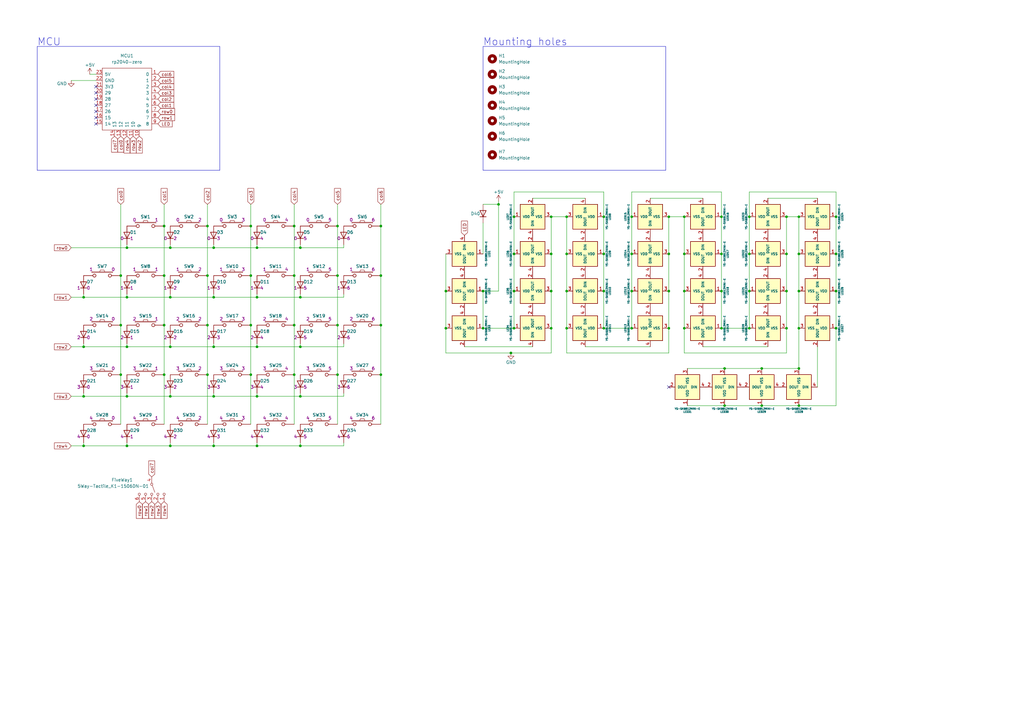
<source format=kicad_sch>
(kicad_sch (version 20230121) (generator eeschema)
  (paper "A3")
  (junction (at 295.91 104.14))
  (junction (at 123.19 121.92))
  (junction (at 210.82 134.62))
  (junction (at 85.09 133.35))
  (junction (at 312.42 151.13))
  (junction (at 138.43 113.03))
  (junction (at 69.85 162.56))
  (junction (at 204.47 83.82))
  (junction (at 198.12 119.38))
  (junction (at 182.88 119.38))
  (junction (at 87.63 162.56))
  (junction (at 105.41 121.92))
  (junction (at 156.21 133.35))
  (junction (at 87.63 121.92))
  (junction (at 226.06 104.14))
  (junction (at 102.87 92.71))
  (junction (at 87.63 142.24))
  (junction (at 274.32 134.62))
  (junction (at 87.63 182.88))
  (junction (at 85.09 113.03))
  (junction (at 307.34 88.9))
  (junction (at 322.58 88.9))
  (junction (at 226.06 134.62))
  (junction (at 49.53 133.35))
  (junction (at 52.07 162.56))
  (junction (at 274.32 119.38))
  (junction (at 49.53 153.67))
  (junction (at 34.29 121.92))
  (junction (at 182.88 134.62))
  (junction (at 322.58 134.62))
  (junction (at 342.9 104.14))
  (junction (at 232.41 134.62))
  (junction (at 67.31 113.03))
  (junction (at 120.65 92.71))
  (junction (at 120.65 133.35))
  (junction (at 322.58 119.38))
  (junction (at 52.07 121.92))
  (junction (at 342.9 119.38))
  (junction (at 67.31 133.35))
  (junction (at 210.82 88.9))
  (junction (at 295.91 88.9))
  (junction (at 232.41 104.14))
  (junction (at 156.21 153.67))
  (junction (at 327.66 166.37))
  (junction (at 226.06 88.9))
  (junction (at 85.09 92.71))
  (junction (at 210.82 119.38))
  (junction (at 85.09 153.67))
  (junction (at 327.66 119.38))
  (junction (at 232.41 88.9))
  (junction (at 247.65 88.9))
  (junction (at 327.66 134.62))
  (junction (at 69.85 182.88))
  (junction (at 138.43 153.67))
  (junction (at 307.34 134.62))
  (junction (at 342.9 134.62))
  (junction (at 226.06 119.38))
  (junction (at 69.85 142.24))
  (junction (at 123.19 162.56))
  (junction (at 34.29 142.24))
  (junction (at 123.19 101.6))
  (junction (at 274.32 104.14))
  (junction (at 209.55 144.78))
  (junction (at 105.41 142.24))
  (junction (at 297.18 151.13))
  (junction (at 295.91 134.62))
  (junction (at 259.08 88.9))
  (junction (at 312.42 166.37))
  (junction (at 49.53 113.03))
  (junction (at 280.67 88.9))
  (junction (at 307.34 104.14))
  (junction (at 123.19 182.88))
  (junction (at 69.85 101.6))
  (junction (at 105.41 162.56))
  (junction (at 274.32 88.9))
  (junction (at 120.65 153.67))
  (junction (at 156.21 113.03))
  (junction (at 280.67 134.62))
  (junction (at 259.08 119.38))
  (junction (at 322.58 104.14))
  (junction (at 87.63 101.6))
  (junction (at 342.9 88.9))
  (junction (at 52.07 101.6))
  (junction (at 52.07 182.88))
  (junction (at 138.43 92.71))
  (junction (at 259.08 104.14))
  (junction (at 102.87 153.67))
  (junction (at 123.19 142.24))
  (junction (at 34.29 182.88))
  (junction (at 105.41 182.88))
  (junction (at 327.66 88.9))
  (junction (at 102.87 113.03))
  (junction (at 280.67 104.14))
  (junction (at 247.65 119.38))
  (junction (at 307.34 119.38))
  (junction (at 105.41 101.6))
  (junction (at 280.67 119.38))
  (junction (at 327.66 104.14))
  (junction (at 67.31 92.71))
  (junction (at 198.12 134.62))
  (junction (at 34.29 162.56))
  (junction (at 69.85 121.92))
  (junction (at 295.91 119.38))
  (junction (at 247.65 104.14))
  (junction (at 156.21 92.71))
  (junction (at 120.65 113.03))
  (junction (at 52.07 142.24))
  (junction (at 67.31 153.67))
  (junction (at 259.08 134.62))
  (junction (at 247.65 134.62))
  (junction (at 327.66 151.13))
  (junction (at 102.87 133.35))
  (junction (at 232.41 119.38))
  (junction (at 297.18 166.37))
  (junction (at 138.43 133.35))
  (junction (at 210.82 104.14))
  (no_connect (at 274.32 158.75))
  (no_connect (at 39.37 43.18))
  (no_connect (at 39.37 50.8))
  (no_connect (at 39.37 40.64))
  (no_connect (at 39.37 48.26))
  (no_connect (at 39.37 45.72))
  (no_connect (at 39.37 35.56))
  (no_connect (at 39.37 38.1))
  (wire (pts (xy 102.87 133.35) (xy 102.87 153.67)))
  (wire (pts (xy 85.09 92.71) (xy 85.09 113.03)))
  (wire (pts (xy 67.31 153.67) (xy 67.31 173.99)))
  (wire (pts (xy 327.66 166.37) (xy 342.9 166.37)))
  (wire (pts (xy 204.47 83.82) (xy 204.47 119.38)))
  (wire (pts (xy 120.65 133.35) (xy 120.65 153.67)))
  (wire (pts (xy 67.31 83.82) (xy 67.31 92.71)))
  (wire (pts (xy 29.21 162.56) (xy 34.29 162.56)))
  (wire (pts (xy 182.88 104.14) (xy 182.88 119.38)))
  (wire (pts (xy 85.09 113.03) (xy 85.09 133.35)))
  (wire (pts (xy 52.07 121.92) (xy 69.85 121.92)))
  (wire (pts (xy 274.32 104.14) (xy 274.32 88.9)))
  (wire (pts (xy 342.9 166.37) (xy 342.9 134.62)))
  (wire (pts (xy 156.21 133.35) (xy 156.21 153.67)))
  (wire (pts (xy 342.9 119.38) (xy 342.9 104.14)))
  (wire (pts (xy 232.41 144.78) (xy 274.32 144.78)))
  (wire (pts (xy 182.88 134.62) (xy 182.88 144.78)))
  (wire (pts (xy 307.34 88.9) (xy 307.34 104.14)))
  (wire (pts (xy 69.85 161.29) (xy 69.85 162.56)))
  (wire (pts (xy 69.85 120.65) (xy 69.85 121.92)))
  (wire (pts (xy 342.9 78.74) (xy 307.34 78.74)))
  (wire (pts (xy 295.91 78.74) (xy 259.08 78.74)))
  (wire (pts (xy 123.19 121.92) (xy 140.97 121.92)))
  (wire (pts (xy 288.29 142.24) (xy 314.96 142.24)))
  (wire (pts (xy 69.85 181.61) (xy 69.85 182.88)))
  (wire (pts (xy 232.41 134.62) (xy 232.41 144.78)))
  (wire (pts (xy 198.12 119.38) (xy 198.12 134.62)))
  (wire (pts (xy 232.41 119.38) (xy 232.41 134.62)))
  (wire (pts (xy 87.63 162.56) (xy 105.41 162.56)))
  (wire (pts (xy 259.08 104.14) (xy 259.08 119.38)))
  (wire (pts (xy 123.19 161.29) (xy 123.19 162.56)))
  (wire (pts (xy 34.29 121.92) (xy 52.07 121.92)))
  (wire (pts (xy 29.21 182.88) (xy 34.29 182.88)))
  (wire (pts (xy 156.21 83.82) (xy 156.21 92.71)))
  (wire (pts (xy 87.63 100.33) (xy 87.63 101.6)))
  (wire (pts (xy 138.43 133.35) (xy 138.43 153.67)))
  (wire (pts (xy 204.47 82.55) (xy 204.47 83.82)))
  (wire (pts (xy 138.43 153.67) (xy 138.43 173.99)))
  (wire (pts (xy 247.65 134.62) (xy 247.65 119.38)))
  (wire (pts (xy 29.21 121.92) (xy 34.29 121.92)))
  (wire (pts (xy 120.65 153.67) (xy 120.65 173.99)))
  (wire (pts (xy 123.19 181.61) (xy 123.19 182.88)))
  (wire (pts (xy 140.97 161.29) (xy 140.97 162.56)))
  (wire (pts (xy 314.96 81.28) (xy 335.28 81.28)))
  (wire (pts (xy 52.07 162.56) (xy 69.85 162.56)))
  (wire (pts (xy 322.58 88.9) (xy 327.66 88.9)))
  (wire (pts (xy 138.43 92.71) (xy 138.43 113.03)))
  (wire (pts (xy 105.41 121.92) (xy 123.19 121.92)))
  (wire (pts (xy 140.97 100.33) (xy 140.97 101.6)))
  (wire (pts (xy 198.12 134.62) (xy 210.82 134.62)))
  (wire (pts (xy 327.66 134.62) (xy 327.66 151.13)))
  (wire (pts (xy 218.44 81.28) (xy 240.03 81.28)))
  (wire (pts (xy 266.7 81.28) (xy 288.29 81.28)))
  (wire (pts (xy 280.67 134.62) (xy 280.67 144.78)))
  (wire (pts (xy 52.07 142.24) (xy 69.85 142.24)))
  (wire (pts (xy 87.63 120.65) (xy 87.63 121.92)))
  (wire (pts (xy 327.66 88.9) (xy 327.66 104.14)))
  (wire (pts (xy 29.21 101.6) (xy 52.07 101.6)))
  (wire (pts (xy 85.09 83.82) (xy 85.09 92.71)))
  (wire (pts (xy 87.63 101.6) (xy 105.41 101.6)))
  (wire (pts (xy 29.21 142.24) (xy 34.29 142.24)))
  (wire (pts (xy 52.07 120.65) (xy 52.07 121.92)))
  (wire (pts (xy 52.07 161.29) (xy 52.07 162.56)))
  (wire (pts (xy 209.55 144.78) (xy 226.06 144.78)))
  (wire (pts (xy 280.67 119.38) (xy 280.67 134.62)))
  (wire (pts (xy 342.9 104.14) (xy 342.9 88.9)))
  (wire (pts (xy 312.42 151.13) (xy 297.18 151.13)))
  (wire (pts (xy 49.53 83.82) (xy 49.53 113.03)))
  (wire (pts (xy 259.08 134.62) (xy 247.65 134.62)))
  (wire (pts (xy 322.58 119.38) (xy 322.58 134.62)))
  (wire (pts (xy 123.19 140.97) (xy 123.19 142.24)))
  (wire (pts (xy 87.63 140.97) (xy 87.63 142.24)))
  (wire (pts (xy 247.65 104.14) (xy 247.65 88.9)))
  (wire (pts (xy 49.53 113.03) (xy 49.53 133.35)))
  (wire (pts (xy 102.87 113.03) (xy 102.87 133.35)))
  (wire (pts (xy 102.87 83.82) (xy 102.87 92.71)))
  (wire (pts (xy 34.29 140.97) (xy 34.29 142.24)))
  (wire (pts (xy 105.41 101.6) (xy 123.19 101.6)))
  (wire (pts (xy 210.82 104.14) (xy 210.82 119.38)))
  (wire (pts (xy 247.65 78.74) (xy 210.82 78.74)))
  (wire (pts (xy 274.32 119.38) (xy 274.32 104.14)))
  (wire (pts (xy 123.19 162.56) (xy 140.97 162.56)))
  (wire (pts (xy 120.65 83.82) (xy 120.65 92.71)))
  (wire (pts (xy 297.18 151.13) (xy 281.94 151.13)))
  (wire (pts (xy 102.87 92.71) (xy 102.87 113.03)))
  (wire (pts (xy 156.21 113.03) (xy 156.21 133.35)))
  (wire (pts (xy 281.94 166.37) (xy 297.18 166.37)))
  (wire (pts (xy 307.34 104.14) (xy 307.34 119.38)))
  (wire (pts (xy 29.21 33.02) (xy 39.37 33.02)))
  (wire (pts (xy 102.87 153.67) (xy 102.87 173.99)))
  (wire (pts (xy 67.31 133.35) (xy 67.31 153.67)))
  (wire (pts (xy 69.85 140.97) (xy 69.85 142.24)))
  (wire (pts (xy 36.83 30.48) (xy 39.37 30.48)))
  (wire (pts (xy 156.21 92.71) (xy 156.21 113.03)))
  (wire (pts (xy 274.32 144.78) (xy 274.32 134.62)))
  (wire (pts (xy 140.97 120.65) (xy 140.97 121.92)))
  (wire (pts (xy 156.21 153.67) (xy 156.21 173.99)))
  (wire (pts (xy 198.12 83.82) (xy 204.47 83.82)))
  (wire (pts (xy 327.66 151.13) (xy 312.42 151.13)))
  (wire (pts (xy 182.88 119.38) (xy 182.88 134.62)))
  (wire (pts (xy 295.91 104.14) (xy 295.91 88.9)))
  (wire (pts (xy 297.18 166.37) (xy 312.42 166.37)))
  (wire (pts (xy 52.07 182.88) (xy 69.85 182.88)))
  (wire (pts (xy 87.63 121.92) (xy 105.41 121.92)))
  (wire (pts (xy 295.91 134.62) (xy 295.91 119.38)))
  (wire (pts (xy 120.65 92.71) (xy 120.65 113.03)))
  (wire (pts (xy 85.09 133.35) (xy 85.09 153.67)))
  (wire (pts (xy 87.63 161.29) (xy 87.63 162.56)))
  (wire (pts (xy 226.06 88.9) (xy 232.41 88.9)))
  (wire (pts (xy 342.9 134.62) (xy 342.9 119.38)))
  (wire (pts (xy 140.97 181.61) (xy 140.97 182.88)))
  (wire (pts (xy 210.82 78.74) (xy 210.82 88.9)))
  (wire (pts (xy 335.28 142.24) (xy 335.28 158.75)))
  (wire (pts (xy 274.32 88.9) (xy 280.67 88.9)))
  (wire (pts (xy 105.41 182.88) (xy 123.19 182.88)))
  (wire (pts (xy 34.29 182.88) (xy 52.07 182.88)))
  (wire (pts (xy 226.06 104.14) (xy 226.06 119.38)))
  (wire (pts (xy 67.31 113.03) (xy 67.31 133.35)))
  (wire (pts (xy 105.41 100.33) (xy 105.41 101.6)))
  (wire (pts (xy 123.19 120.65) (xy 123.19 121.92)))
  (wire (pts (xy 322.58 134.62) (xy 322.58 144.78)))
  (wire (pts (xy 105.41 142.24) (xy 123.19 142.24)))
  (wire (pts (xy 67.31 92.71) (xy 67.31 113.03)))
  (wire (pts (xy 105.41 181.61) (xy 105.41 182.88)))
  (wire (pts (xy 87.63 181.61) (xy 87.63 182.88)))
  (wire (pts (xy 105.41 161.29) (xy 105.41 162.56)))
  (wire (pts (xy 307.34 119.38) (xy 307.34 134.62)))
  (wire (pts (xy 138.43 83.82) (xy 138.43 92.71)))
  (wire (pts (xy 123.19 100.33) (xy 123.19 101.6)))
  (wire (pts (xy 232.41 104.14) (xy 232.41 119.38)))
  (wire (pts (xy 87.63 182.88) (xy 105.41 182.88)))
  (wire (pts (xy 259.08 78.74) (xy 259.08 88.9)))
  (wire (pts (xy 34.29 120.65) (xy 34.29 121.92)))
  (wire (pts (xy 226.06 119.38) (xy 226.06 134.62)))
  (wire (pts (xy 190.5 142.24) (xy 218.44 142.24)))
  (wire (pts (xy 123.19 182.88) (xy 140.97 182.88)))
  (wire (pts (xy 69.85 162.56) (xy 87.63 162.56)))
  (wire (pts (xy 322.58 88.9) (xy 322.58 104.14)))
  (wire (pts (xy 210.82 88.9) (xy 210.82 104.14)))
  (wire (pts (xy 204.47 119.38) (xy 198.12 119.38)))
  (wire (pts (xy 123.19 101.6) (xy 140.97 101.6)))
  (wire (pts (xy 52.07 181.61) (xy 52.07 182.88)))
  (wire (pts (xy 49.53 133.35) (xy 49.53 153.67)))
  (wire (pts (xy 69.85 121.92) (xy 87.63 121.92)))
  (wire (pts (xy 280.67 104.14) (xy 280.67 119.38)))
  (wire (pts (xy 140.97 140.97) (xy 140.97 142.24)))
  (wire (pts (xy 295.91 119.38) (xy 295.91 104.14)))
  (wire (pts (xy 247.65 119.38) (xy 247.65 104.14)))
  (wire (pts (xy 52.07 140.97) (xy 52.07 142.24)))
  (wire (pts (xy 52.07 101.6) (xy 69.85 101.6)))
  (wire (pts (xy 274.32 134.62) (xy 274.32 119.38)))
  (wire (pts (xy 198.12 91.44) (xy 198.12 104.14)))
  (wire (pts (xy 342.9 88.9) (xy 342.9 78.74)))
  (wire (pts (xy 280.67 88.9) (xy 280.67 104.14)))
  (wire (pts (xy 105.41 162.56) (xy 123.19 162.56)))
  (wire (pts (xy 120.65 113.03) (xy 120.65 133.35)))
  (wire (pts (xy 226.06 134.62) (xy 226.06 144.78)))
  (wire (pts (xy 280.67 144.78) (xy 322.58 144.78)))
  (wire (pts (xy 327.66 119.38) (xy 327.66 134.62)))
  (wire (pts (xy 312.42 166.37) (xy 327.66 166.37)))
  (wire (pts (xy 105.41 120.65) (xy 105.41 121.92)))
  (wire (pts (xy 259.08 119.38) (xy 259.08 134.62)))
  (wire (pts (xy 69.85 142.24) (xy 87.63 142.24)))
  (wire (pts (xy 247.65 88.9) (xy 247.65 78.74)))
  (wire (pts (xy 307.34 134.62) (xy 295.91 134.62)))
  (wire (pts (xy 138.43 113.03) (xy 138.43 133.35)))
  (wire (pts (xy 123.19 142.24) (xy 140.97 142.24)))
  (wire (pts (xy 85.09 153.67) (xy 85.09 173.99)))
  (wire (pts (xy 49.53 153.67) (xy 49.53 173.99)))
  (wire (pts (xy 295.91 88.9) (xy 295.91 78.74)))
  (wire (pts (xy 307.34 78.74) (xy 307.34 88.9)))
  (wire (pts (xy 210.82 119.38) (xy 210.82 134.62)))
  (wire (pts (xy 182.88 144.78) (xy 209.55 144.78)))
  (wire (pts (xy 52.07 100.33) (xy 52.07 101.6)))
  (wire (pts (xy 105.41 140.97) (xy 105.41 142.24)))
  (wire (pts (xy 240.03 142.24) (xy 266.7 142.24)))
  (wire (pts (xy 34.29 142.24) (xy 52.07 142.24)))
  (wire (pts (xy 87.63 142.24) (xy 105.41 142.24)))
  (wire (pts (xy 69.85 101.6) (xy 87.63 101.6)))
  (wire (pts (xy 34.29 161.29) (xy 34.29 162.56)))
  (wire (pts (xy 232.41 88.9) (xy 232.41 104.14)))
  (wire (pts (xy 322.58 104.14) (xy 322.58 119.38)))
  (wire (pts (xy 34.29 181.61) (xy 34.29 182.88)))
  (wire (pts (xy 34.29 162.56) (xy 52.07 162.56)))
  (wire (pts (xy 259.08 88.9) (xy 259.08 104.14)))
  (wire (pts (xy 226.06 88.9) (xy 226.06 104.14)))
  (wire (pts (xy 69.85 182.88) (xy 87.63 182.88)))
  (wire (pts (xy 69.85 100.33) (xy 69.85 101.6)))
  (wire (pts (xy 327.66 104.14) (xy 327.66 119.38)))
  (rectangle (start 198.12 19.05) (end 273.05 69.85))
  (rectangle (start 15.24 19.05) (end 90.17 69.85))
  (text "Mounting holes" (at 198.12 19.05 0) (effects (font (size 3 3)) (justify left bottom)))
  (text "MCU" (at 15.24 19.05 0) (effects (font (size 3 3)) (justify left bottom)))
  (global_label "col4" (shape input) (at 120.65 83.82 90) (property "Intersheetrefs" "${INTERSHEET_REFS}" (effects hide)))
  (global_label "row4" (shape input) (at 67.31 205.74 270) (property "Intersheetrefs" "${INTERSHEET_REFS}" (effects hide)))
  (global_label "row3" (shape input) (at 29.21 162.56 180) (property "Intersheetrefs" "${INTERSHEET_REFS}" (effects hide)))
  (global_label "row2" (shape input) (at 29.21 142.24 180) (property "Intersheetrefs" "${INTERSHEET_REFS}" (effects hide)))
  (global_label "LED" (shape input) (at 64.77 50.8 0) (property "Intersheetrefs" "${INTERSHEET_REFS}" (effects hide)))
  (global_label "col7" (shape input) (at 46.99 55.88 270) (property "Intersheetrefs" "${INTERSHEET_REFS}" (effects hide)))
  (global_label "row1" (shape input) (at 59.69 205.74 270) (property "Intersheetrefs" "${INTERSHEET_REFS}" (effects hide)))
  (global_label "col3" (shape input) (at 102.87 83.82 90) (property "Intersheetrefs" "${INTERSHEET_REFS}" (effects hide)))
  (global_label "LED" (shape input) (at 190.5 96.52 90) (property "Intersheetrefs" "${INTERSHEET_REFS}" (effects hide)))
  (global_label "row3" (shape input) (at 64.77 205.74 270) (property "Intersheetrefs" "${INTERSHEET_REFS}" (effects hide)))
  (global_label "col5" (shape input) (at 64.77 33.02 0) (property "Intersheetrefs" "${INTERSHEET_REFS}" (effects hide)))
  (global_label "row1" (shape input) (at 29.21 121.92 180) (property "Intersheetrefs" "${INTERSHEET_REFS}" (effects hide)))
  (global_label "row0" (shape input) (at 57.15 205.74 270) (property "Intersheetrefs" "${INTERSHEET_REFS}" (effects hide)))
  (global_label "col1" (shape input) (at 67.31 83.82 90) (property "Intersheetrefs" "${INTERSHEET_REFS}" (effects hide)))
  (global_label "col2" (shape input) (at 85.09 83.82 90) (property "Intersheetrefs" "${INTERSHEET_REFS}" (effects hide)))
  (global_label "col6" (shape input) (at 64.77 30.48 0) (property "Intersheetrefs" "${INTERSHEET_REFS}" (effects hide)))
  (global_label "row1" (shape input) (at 64.77 48.26 0) (property "Intersheetrefs" "${INTERSHEET_REFS}" (effects hide)))
  (global_label "col5" (shape input) (at 138.43 83.82 90) (property "Intersheetrefs" "${INTERSHEET_REFS}" (effects hide)))
  (global_label "col2" (shape input) (at 64.77 40.64 0) (property "Intersheetrefs" "${INTERSHEET_REFS}" (effects hide)))
  (global_label "col1" (shape input) (at 64.77 43.18 0) (property "Intersheetrefs" "${INTERSHEET_REFS}" (effects hide)))
  (global_label "col0" (shape input) (at 49.53 55.88 270) (property "Intersheetrefs" "${INTERSHEET_REFS}" (effects hide)))
  (global_label "row0" (shape input) (at 29.21 101.6 180) (property "Intersheetrefs" "${INTERSHEET_REFS}" (effects hide)))
  (global_label "row2" (shape input) (at 62.23 205.74 270) (property "Intersheetrefs" "${INTERSHEET_REFS}" (effects hide)))
  (global_label "col6" (shape input) (at 156.21 83.82 90) (property "Intersheetrefs" "${INTERSHEET_REFS}" (effects hide)))
  (global_label "col3" (shape input) (at 64.77 38.1 0) (property "Intersheetrefs" "${INTERSHEET_REFS}" (effects hide)))
  (global_label "row4" (shape input) (at 29.21 182.88 180) (property "Intersheetrefs" "${INTERSHEET_REFS}" (effects hide)))
  (global_label "row4" (shape input) (at 52.07 55.88 270) (property "Intersheetrefs" "${INTERSHEET_REFS}" (effects hide)))
  (global_label "row2" (shape input) (at 57.15 55.88 270) (property "Intersheetrefs" "${INTERSHEET_REFS}" (effects hide)))
  (global_label "row0" (shape input) (at 64.77 45.72 0) (property "Intersheetrefs" "${INTERSHEET_REFS}" (effects hide)))
  (global_label "col4" (shape input) (at 64.77 35.56 0) (property "Intersheetrefs" "${INTERSHEET_REFS}" (effects hide)))
  (global_label "col0" (shape input) (at 49.53 83.82 90) (property "Intersheetrefs" "${INTERSHEET_REFS}" (effects hide)))
  (global_label "col7" (shape input) (at 62.23 195.58 90) (property "Intersheetrefs" "${INTERSHEET_REFS}" (effects hide)))
  (global_label "row3" (shape input) (at 54.61 55.88 270) (property "Intersheetrefs" "${INTERSHEET_REFS}" (effects hide)))
  (symbol (lib_id "zzkeeb:Diode") (at 140.97 116.84 0) (unit 1)
    (property "Reference" "D13" (at 142.24 115.57 0) (effects (justify left)))
    (property "Value" "D" (effects hide))
    (property "Footprint" "zzkeeb:Diode_1N4148-SOD123" (effects hide))
    (property "Sim.Device" "D" (effects hide))
    (property "Sim.Pins" "1=K 2=A" (effects hide))
    (property "row" "1" (at 139.7 118.11 0) (effects (justify right)))
    (property "col" "6" (at 142.24 118.11 0) (effects (justify left)))
  )
  (symbol (lib_id "zzkeeb:Switch") (at 130.81 92.71 0) (unit 1)
    (property "Reference" "SW5" (at 130.81 88.9 0))
    (property "Value" "Switch" (effects hide))
    (property "Footprint" "zzkeeb:Switch_MXKS-hotswap-south-ks3d" (effects hide))
    (property "row" "0" (at 127 90.17 0) (effects (justify right)))
    (property "col" "5" (at 134.62 90.17 0) (effects (justify left)))
  )
  (symbol (lib_id "zzkeeb:LED_SK6812MINI-E") (at 335.28 88.9 270) (unit 1)
    (property "Reference" "LED24" (at 345.44 88.9 0) (effects (font (size 0.7366 0.7366))))
    (property "Value" "YS-SK6812MINI-E" (at 344.17 88.9 0) (effects (font (size 0.7366 0.7366))))
    (property "Footprint" "zzkeeb:LED_SK6812-MINI-E" (effects hide))
  )
  (symbol (lib_id "zzkeeb:Switch") (at 59.69 173.99 0) (unit 1)
    (property "Reference" "SW29" (at 59.69 170.18 0))
    (property "Value" "Switch" (effects hide))
    (property "Footprint" "zzkeeb:Button_Push-6mm" (effects hide))
    (property "row" "4" (at 55.88 171.45 0) (effects (justify right)))
    (property "col" "1" (at 63.5 171.45 0) (effects (justify left)))
  )
  (symbol (lib_id "power:+5V") (at 204.47 82.55 0) (unit 1)
    (property "Reference" "#PWR03" (effects hide))
    (property "Value" "+5V" (at 204.47 78.74 0))
  )
  (symbol (lib_id "zzkeeb:Switch") (at 41.91 133.35 0) (unit 1)
    (property "Reference" "SW14" (at 41.91 129.54 0))
    (property "Value" "Switch" (effects hide))
    (property "Footprint" "zzkeeb:Switch_MXKS-hotswap-south-ks3d" (effects hide))
    (property "row" "2" (at 38.1 130.81 0) (effects (justify right)))
    (property "col" "0" (at 45.72 130.81 0) (effects (justify left)))
  )
  (symbol (lib_id "zzkeeb:LED_SK6812MINI-E") (at 266.7 134.62 90) (unit 1)
    (property "Reference" "LED12" (at 256.54 134.62 0) (effects (font (size 0.7366 0.7366))))
    (property "Value" "YS-SK6812MINI-E" (at 257.81 134.62 0) (effects (font (size 0.7366 0.7366))))
    (property "Footprint" "zzkeeb:LED_SK6812-MINI-E" (effects hide))
  )
  (symbol (lib_id "zzkeeb:Switch") (at 77.47 92.71 0) (unit 1)
    (property "Reference" "SW2" (at 77.47 88.9 0))
    (property "Value" "Switch" (effects hide))
    (property "Footprint" "zzkeeb:Switch_MXKS-hotswap-south-ks3d" (effects hide))
    (property "row" "0" (at 73.66 90.17 0) (effects (justify right)))
    (property "col" "2" (at 81.28 90.17 0) (effects (justify left)))
  )
  (symbol (lib_id "zzkeeb:Diode") (at 105.41 96.52 0) (unit 1)
    (property "Reference" "D4" (at 106.68 95.25 0) (effects (justify left)))
    (property "Value" "D" (effects hide))
    (property "Footprint" "zzkeeb:Diode_1N4148-SOD123" (effects hide))
    (property "Sim.Device" "D" (effects hide))
    (property "Sim.Pins" "1=K 2=A" (effects hide))
    (property "row" "0" (at 104.14 97.79 0) (effects (justify right)))
    (property "col" "4" (at 106.68 97.79 0) (effects (justify left)))
  )
  (symbol (lib_id "zzkeeb:Diode") (at 69.85 96.52 0) (unit 1)
    (property "Reference" "D2" (at 71.12 95.25 0) (effects (justify left)))
    (property "Value" "D" (effects hide))
    (property "Footprint" "zzkeeb:Diode_1N4148-SOD123" (effects hide))
    (property "Sim.Device" "D" (effects hide))
    (property "Sim.Pins" "1=K 2=A" (effects hide))
    (property "row" "0" (at 68.58 97.79 0) (effects (justify right)))
    (property "col" "2" (at 71.12 97.79 0) (effects (justify left)))
  )
  (symbol (lib_id "Mechanical:MountingHole") (at 201.93 36.83 0) (unit 1)
    (property "Reference" "H3" (at 204.47 35.5599 0) (effects (justify left)))
    (property "Value" "MountingHole" (at 204.47 38.0999 0) (effects (justify left)))
    (property "Footprint" "zzkeeb:Hole_M2-TH" (effects hide))
  )
  (symbol (lib_id "zzkeeb:Diode") (at 52.07 157.48 0) (unit 1)
    (property "Reference" "D22" (at 53.34 156.21 0) (effects (justify left)))
    (property "Value" "D" (effects hide))
    (property "Footprint" "zzkeeb:Diode_1N4148-SOD123" (effects hide))
    (property "Sim.Device" "D" (effects hide))
    (property "Sim.Pins" "1=K 2=A" (effects hide))
    (property "row" "3" (at 50.8 158.75 0) (effects (justify right)))
    (property "col" "1" (at 53.34 158.75 0) (effects (justify left)))
  )
  (symbol (lib_id "Mechanical:MountingHole") (at 201.93 55.88 0) (unit 1)
    (property "Reference" "H6" (at 204.47 54.6099 0) (effects (justify left)))
    (property "Value" "MountingHole" (at 204.47 57.1499 0) (effects (justify left)))
    (property "Footprint" "zzkeeb:Hole_M2-TH" (effects hide))
  )
  (symbol (lib_id "zzkeeb:LED_SK6812MINI-E") (at 240.03 88.9 270) (unit 1)
    (property "Reference" "LED8" (at 250.19 88.9 0) (effects (font (size 0.7366 0.7366))))
    (property "Value" "YS-SK6812MINI-E" (at 248.92 88.9 0) (effects (font (size 0.7366 0.7366))))
    (property "Footprint" "zzkeeb:LED_SK6812-MINI-E" (effects hide))
  )
  (symbol (lib_id "zzkeeb:Switch") (at 77.47 153.67 0) (unit 1)
    (property "Reference" "SW23" (at 77.47 149.86 0))
    (property "Value" "Switch" (effects hide))
    (property "Footprint" "zzkeeb:Switch_MXKS-hotswap-south-ks3d" (effects hide))
    (property "row" "3" (at 73.66 151.13 0) (effects (justify right)))
    (property "col" "2" (at 81.28 151.13 0) (effects (justify left)))
  )
  (symbol (lib_id "zzkeeb:Switch") (at 113.03 133.35 0) (unit 1)
    (property "Reference" "SW18" (at 113.03 129.54 0))
    (property "Value" "Switch" (effects hide))
    (property "Footprint" "zzkeeb:Switch_MXKS-hotswap-south-ks3d" (effects hide))
    (property "row" "2" (at 109.22 130.81 0) (effects (justify right)))
    (property "col" "4" (at 116.84 130.81 0) (effects (justify left)))
  )
  (symbol (lib_id "zzkeeb:MCU_rp2040-zero") (at 52.07 39.37 0) (unit 1)
    (property "Reference" "MCU1" (at 52.07 22.86 0))
    (property "Value" "rp2040-zero" (at 52.07 25.4 0))
    (property "Footprint" "zzkeeb:MCU_rp2040-zero-tht" (effects hide))
  )
  (symbol (lib_id "zzkeeb:Diode") (at 105.41 177.8 0) (unit 1)
    (property "Reference" "D32" (at 106.68 176.53 0) (effects (justify left)))
    (property "Value" "D" (effects hide))
    (property "Footprint" "zzkeeb:Diode_1N4148-SOD123" (effects hide))
    (property "Sim.Device" "D" (effects hide))
    (property "Sim.Pins" "1=K 2=A" (effects hide))
    (property "row" "4" (at 104.14 179.07 0) (effects (justify right)))
    (property "col" "4" (at 106.68 179.07 0) (effects (justify left)))
  )
  (symbol (lib_id "zzkeeb:LED_SK6812MINI-E") (at 314.96 119.38 90) (unit 1)
    (property "Reference" "LED21" (at 304.8 119.38 0) (effects (font (size 0.7366 0.7366))))
    (property "Value" "YS-SK6812MINI-E" (at 306.07 119.38 0) (effects (font (size 0.7366 0.7366))))
    (property "Footprint" "zzkeeb:LED_SK6812-MINI-E" (effects hide))
  )
  (symbol (lib_id "zzkeeb:Switch") (at 95.25 133.35 0) (unit 1)
    (property "Reference" "SW17" (at 95.25 129.54 0))
    (property "Value" "Switch" (effects hide))
    (property "Footprint" "zzkeeb:Switch_MXKS-hotswap-south-ks3d" (effects hide))
    (property "row" "2" (at 91.44 130.81 0) (effects (justify right)))
    (property "col" "3" (at 99.06 130.81 0) (effects (justify left)))
  )
  (symbol (lib_id "zzkeeb:Switch") (at 113.03 173.99 0) (unit 1)
    (property "Reference" "SW32" (at 113.03 170.18 0))
    (property "Value" "Switch" (effects hide))
    (property "Footprint" "zzkeeb:Switch_MXKS-hotswap-south-ks3d" (effects hide))
    (property "row" "4" (at 109.22 171.45 0) (effects (justify right)))
    (property "col" "4" (at 116.84 171.45 0) (effects (justify left)))
  )
  (symbol (lib_id "zzkeeb:Switch") (at 77.47 133.35 0) (unit 1)
    (property "Reference" "SW16" (at 77.47 129.54 0))
    (property "Value" "Switch" (effects hide))
    (property "Footprint" "zzkeeb:Switch_MXKS-hotswap-south-ks3d" (effects hide))
    (property "row" "2" (at 73.66 130.81 0) (effects (justify right)))
    (property "col" "2" (at 81.28 130.81 0) (effects (justify left)))
  )
  (symbol (lib_id "fingerpunch:5Way-Tactile_K1-1506DN-01") (at 62.23 200.66 270) (unit 1)
    (property "Reference" "FiveWay1" (at 45.72 196.85 90) (effects (justify left)))
    (property "Value" "5Way-Tactile_K1-1506DN-01" (at 31.75 199.39 90) (effects (justify left)))
    (property "Footprint" "zzkeeb:Button_5way" (effects hide))
  )
  (symbol (lib_id "zzkeeb:Switch") (at 148.59 173.99 0) (unit 1)
    (property "Reference" "SW34" (at 148.59 170.18 0))
    (property "Value" "Switch" (effects hide))
    (property "Footprint" "zzkeeb:Switch_MXKS-hotswap-south-ks3d" (effects hide))
    (property "row" "4" (at 144.78 171.45 0) (effects (justify right)))
    (property "col" "6" (at 152.4 171.45 0) (effects (justify left)))
  )
  (symbol (lib_id "zzkeeb:Diode") (at 34.29 157.48 0) (unit 1)
    (property "Reference" "D21" (at 35.56 156.21 0) (effects (justify left)))
    (property "Value" "D" (effects hide))
    (property "Footprint" "zzkeeb:Diode_1N4148-SOD123" (effects hide))
    (property "Sim.Device" "D" (effects hide))
    (property "Sim.Pins" "1=K 2=A" (effects hide))
    (property "row" "3" (at 33.02 158.75 0) (effects (justify right)))
    (property "col" "0" (at 35.56 158.75 0) (effects (justify left)))
  )
  (symbol (lib_id "zzkeeb:Diode") (at 140.97 96.52 0) (unit 1)
    (property "Reference" "D6" (at 142.24 95.25 0) (effects (justify left)))
    (property "Value" "D" (effects hide))
    (property "Footprint" "zzkeeb:Diode_1N4148-SOD123" (effects hide))
    (property "Sim.Device" "D" (effects hide))
    (property "Sim.Pins" "1=K 2=A" (effects hide))
    (property "row" "0" (at 139.7 97.79 0) (effects (justify right)))
    (property "col" "6" (at 142.24 97.79 0) (effects (justify left)))
  )
  (symbol (lib_id "zzkeeb:Switch") (at 41.91 153.67 0) (unit 1)
    (property "Reference" "SW21" (at 41.91 149.86 0))
    (property "Value" "Switch" (effects hide))
    (property "Footprint" "zzkeeb:Switch_MXKS-hotswap-south-ks3d" (effects hide))
    (property "row" "3" (at 38.1 151.13 0) (effects (justify right)))
    (property "col" "0" (at 45.72 151.13 0) (effects (justify left)))
  )
  (symbol (lib_id "zzkeeb:LED_SK6812MINI-E") (at 288.29 104.14 270) (unit 1)
    (property "Reference" "LED17" (at 298.45 104.14 0) (effects (font (size 0.7366 0.7366))))
    (property "Value" "YS-SK6812MINI-E" (at 297.18 104.14 0) (effects (font (size 0.7366 0.7366))))
    (property "Footprint" "zzkeeb:LED_SK6812-MINI-E" (effects hide))
  )
  (symbol (lib_id "Mechanical:MountingHole") (at 201.93 24.13 0) (unit 1)
    (property "Reference" "H1" (at 204.47 22.8599 0) (effects (justify left)))
    (property "Value" "MountingHole" (at 204.47 25.3999 0) (effects (justify left)))
    (property "Footprint" "zzkeeb:Hole_M2-TH" (effects hide))
  )
  (symbol (lib_id "zzkeeb:LED_SK6812MINI-E") (at 266.7 119.38 90) (unit 1)
    (property "Reference" "LED13" (at 256.54 119.38 0) (effects (font (size 0.7366 0.7366))))
    (property "Value" "YS-SK6812MINI-E" (at 257.81 119.38 0) (effects (font (size 0.7366 0.7366))))
    (property "Footprint" "zzkeeb:LED_SK6812-MINI-E" (effects hide))
  )
  (symbol (lib_id "zzkeeb:Switch") (at 113.03 153.67 0) (unit 1)
    (property "Reference" "SW25" (at 113.03 149.86 0))
    (property "Value" "Switch" (effects hide))
    (property "Footprint" "zzkeeb:Switch_MXKS-hotswap-south-ks3d" (effects hide))
    (property "row" "3" (at 109.22 151.13 0) (effects (justify right)))
    (property "col" "4" (at 116.84 151.13 0) (effects (justify left)))
  )
  (symbol (lib_id "zzkeeb:LED_SK6812MINI-E") (at 281.94 158.75 180) (unit 1)
    (property "Reference" "LED31" (at 281.94 168.91 0) (effects (font (size 0.7366 0.7366))))
    (property "Value" "YS-SK6812MINI-E" (at 281.94 167.64 0) (effects (font (size 0.7366 0.7366))))
    (property "Footprint" "zzkeeb:LED_SK6812-MINI-E" (effects hide))
  )
  (symbol (lib_id "zzkeeb:Diode") (at 87.63 137.16 0) (unit 1)
    (property "Reference" "D17" (at 88.9 135.89 0) (effects (justify left)))
    (property "Value" "D" (effects hide))
    (property "Footprint" "zzkeeb:Diode_1N4148-SOD123" (effects hide))
    (property "Sim.Device" "D" (effects hide))
    (property "Sim.Pins" "1=K 2=A" (effects hide))
    (property "row" "2" (at 86.36 138.43 0) (effects (justify right)))
    (property "col" "3" (at 88.9 138.43 0) (effects (justify left)))
  )
  (symbol (lib_id "zzkeeb:LED_SK6812MINI-E") (at 314.96 88.9 90) (unit 1)
    (property "Reference" "LED23" (at 304.8 88.9 0) (effects (font (size 0.7366 0.7366))))
    (property "Value" "YS-SK6812MINI-E" (at 306.07 88.9 0) (effects (font (size 0.7366 0.7366))))
    (property "Footprint" "zzkeeb:LED_SK6812-MINI-E" (effects hide))
  )
  (symbol (lib_id "zzkeeb:Diode") (at 69.85 116.84 0) (unit 1)
    (property "Reference" "D9" (at 71.12 115.57 0) (effects (justify left)))
    (property "Value" "D" (effects hide))
    (property "Footprint" "zzkeeb:Diode_1N4148-SOD123" (effects hide))
    (property "Sim.Device" "D" (effects hide))
    (property "Sim.Pins" "1=K 2=A" (effects hide))
    (property "row" "1" (at 68.58 118.11 0) (effects (justify right)))
    (property "col" "2" (at 71.12 118.11 0) (effects (justify left)))
  )
  (symbol (lib_id "zzkeeb:LED_SK6812MINI-E") (at 335.28 134.62 270) (unit 1)
    (property "Reference" "LED27" (at 345.44 134.62 0) (effects (font (size 0.7366 0.7366))))
    (property "Value" "YS-SK6812MINI-E" (at 344.17 134.62 0) (effects (font (size 0.7366 0.7366))))
    (property "Footprint" "zzkeeb:LED_SK6812-MINI-E" (effects hide))
  )
  (symbol (lib_id "zzkeeb:LED_SK6812MINI-E") (at 218.44 104.14 90) (unit 1)
    (property "Reference" "LED6" (at 208.28 104.14 0) (effects (font (size 0.7366 0.7366))))
    (property "Value" "YS-SK6812MINI-E" (at 209.55 104.14 0) (effects (font (size 0.7366 0.7366))))
    (property "Footprint" "zzkeeb:LED_SK6812-MINI-E" (effects hide))
  )
  (symbol (lib_id "zzkeeb:Diode") (at 140.97 177.8 0) (unit 1)
    (property "Reference" "D34" (at 142.24 176.53 0) (effects (justify left)))
    (property "Value" "D" (effects hide))
    (property "Footprint" "zzkeeb:Diode_1N4148-SOD123" (effects hide))
    (property "Sim.Device" "D" (effects hide))
    (property "Sim.Pins" "1=K 2=A" (effects hide))
    (property "row" "4" (at 139.7 179.07 0) (effects (justify right)))
    (property "col" "6" (at 142.24 179.07 0) (effects (justify left)))
  )
  (symbol (lib_id "zzkeeb:Switch") (at 59.69 92.71 0) (unit 1)
    (property "Reference" "SW1" (at 59.69 88.9 0))
    (property "Value" "Switch" (effects hide))
    (property "Footprint" "zzkeeb:Switch_MXKS-hotswap-south-ks3d" (effects hide))
    (property "row" "0" (at 55.88 90.17 0) (effects (justify right)))
    (property "col" "1" (at 63.5 90.17 0) (effects (justify left)))
  )
  (symbol (lib_id "zzkeeb:Switch") (at 41.91 113.03 0) (unit 1)
    (property "Reference" "SW7" (at 41.91 109.22 0))
    (property "Value" "Switch" (effects hide))
    (property "Footprint" "zzkeeb:Switch_MXKS-hotswap-south-ks3d" (effects hide))
    (property "row" "1" (at 38.1 110.49 0) (effects (justify right)))
    (property "col" "0" (at 45.72 110.49 0) (effects (justify left)))
  )
  (symbol (lib_id "zzkeeb:Diode") (at 52.07 137.16 0) (unit 1)
    (property "Reference" "D15" (at 53.34 135.89 0) (effects (justify left)))
    (property "Value" "D" (effects hide))
    (property "Footprint" "zzkeeb:Diode_1N4148-SOD123" (effects hide))
    (property "Sim.Device" "D" (effects hide))
    (property "Sim.Pins" "1=K 2=A" (effects hide))
    (property "row" "2" (at 50.8 138.43 0) (effects (justify right)))
    (property "col" "1" (at 53.34 138.43 0) (effects (justify left)))
  )
  (symbol (lib_id "zzkeeb:Switch") (at 148.59 133.35 0) (unit 1)
    (property "Reference" "SW20" (at 148.59 129.54 0))
    (property "Value" "Switch" (effects hide))
    (property "Footprint" "zzkeeb:Switch_MXKS-hotswap-south-ks3d" (effects hide))
    (property "row" "2" (at 144.78 130.81 0) (effects (justify right)))
    (property "col" "6" (at 152.4 130.81 0) (effects (justify left)))
  )
  (symbol (lib_id "zzkeeb:Diode") (at 123.19 157.48 0) (unit 1)
    (property "Reference" "D26" (at 124.46 156.21 0) (effects (justify left)))
    (property "Value" "D" (effects hide))
    (property "Footprint" "zzkeeb:Diode_1N4148-SOD123" (effects hide))
    (property "Sim.Device" "D" (effects hide))
    (property "Sim.Pins" "1=K 2=A" (effects hide))
    (property "row" "3" (at 121.92 158.75 0) (effects (justify right)))
    (property "col" "5" (at 124.46 158.75 0) (effects (justify left)))
  )
  (symbol (lib_id "zzkeeb:Diode") (at 52.07 96.52 0) (unit 1)
    (property "Reference" "D1" (at 53.34 95.25 0) (effects (justify left)))
    (property "Value" "D" (effects hide))
    (property "Footprint" "zzkeeb:Diode_1N4148-SOD123" (effects hide))
    (property "Sim.Device" "D" (effects hide))
    (property "Sim.Pins" "1=K 2=A" (effects hide))
    (property "row" "0" (at 50.8 97.79 0) (effects (justify right)))
    (property "col" "1" (at 53.34 97.79 0) (effects (justify left)))
  )
  (symbol (lib_id "zzkeeb:Switch") (at 95.25 153.67 0) (unit 1)
    (property "Reference" "SW24" (at 95.25 149.86 0))
    (property "Value" "Switch" (effects hide))
    (property "Footprint" "zzkeeb:Switch_MXKS-hotswap-south-ks3d" (effects hide))
    (property "row" "3" (at 91.44 151.13 0) (effects (justify right)))
    (property "col" "3" (at 99.06 151.13 0) (effects (justify left)))
  )
  (symbol (lib_id "zzkeeb:LED_SK6812MINI-E") (at 190.5 104.14 270) (unit 1)
    (property "Reference" "LED1" (at 200.66 104.14 0) (effects (font (size 0.7366 0.7366))))
    (property "Value" "YS-SK6812MINI-E" (at 199.39 104.14 0) (effects (font (size 0.7366 0.7366))))
    (property "Footprint" "zzkeeb:LED_SK6812-MINI-E" (effects hide))
  )
  (symbol (lib_id "zzkeeb:Diode") (at 123.19 96.52 0) (unit 1)
    (property "Reference" "D5" (at 124.46 95.25 0) (effects (justify left)))
    (property "Value" "D" (effects hide))
    (property "Footprint" "zzkeeb:Diode_1N4148-SOD123" (effects hide))
    (property "Sim.Device" "D" (effects hide))
    (property "Sim.Pins" "1=K 2=A" (effects hide))
    (property "row" "0" (at 121.92 97.79 0) (effects (justify right)))
    (property "col" "5" (at 124.46 97.79 0) (effects (justify left)))
  )
  (symbol (lib_id "zzkeeb:Switch") (at 113.03 92.71 0) (unit 1)
    (property "Reference" "SW4" (at 113.03 88.9 0))
    (property "Value" "Switch" (effects hide))
    (property "Footprint" "zzkeeb:Switch_MXKS-hotswap-south-ks3d" (effects hide))
    (property "row" "0" (at 109.22 90.17 0) (effects (justify right)))
    (property "col" "4" (at 116.84 90.17 0) (effects (justify left)))
  )
  (symbol (lib_id "zzkeeb:Switch") (at 77.47 173.99 0) (unit 1)
    (property "Reference" "SW30" (at 77.47 170.18 0))
    (property "Value" "Switch" (effects hide))
    (property "Footprint" "zzkeeb:Button_Push-6mm" (effects hide))
    (property "row" "4" (at 73.66 171.45 0) (effects (justify right)))
    (property "col" "2" (at 81.28 171.45 0) (effects (justify left)))
  )
  (symbol (lib_id "zzkeeb:Switch") (at 130.81 173.99 0) (unit 1)
    (property "Reference" "SW33" (at 130.81 170.18 0))
    (property "Value" "Switch" (effects hide))
    (property "Footprint" "zzkeeb:Switch_MXKS-hotswap-south-ks3d" (effects hide))
    (property "row" "4" (at 127 171.45 0) (effects (justify right)))
    (property "col" "5" (at 134.62 171.45 0) (effects (justify left)))
  )
  (symbol (lib_id "zzkeeb:Diode") (at 69.85 157.48 0) (unit 1)
    (property "Reference" "D23" (at 71.12 156.21 0) (effects (justify left)))
    (property "Value" "D" (effects hide))
    (property "Footprint" "zzkeeb:Diode_1N4148-SOD123" (effects hide))
    (property "Sim.Device" "D" (effects hide))
    (property "Sim.Pins" "1=K 2=A" (effects hide))
    (property "row" "3" (at 68.58 158.75 0) (effects (justify right)))
    (property "col" "2" (at 71.12 158.75 0) (effects (justify left)))
  )
  (symbol (lib_id "Mechanical:MountingHole") (at 201.93 30.48 0) (unit 1)
    (property "Reference" "H2" (at 204.47 29.2099 0) (effects (justify left)))
    (property "Value" "MountingHole" (at 204.47 31.7499 0) (effects (justify left)))
    (property "Footprint" "zzkeeb:Hole_M2-TH" (effects hide))
  )
  (symbol (lib_id "zzkeeb:Diode") (at 87.63 157.48 0) (unit 1)
    (property "Reference" "D24" (at 88.9 156.21 0) (effects (justify left)))
    (property "Value" "D" (effects hide))
    (property "Footprint" "zzkeeb:Diode_1N4148-SOD123" (effects hide))
    (property "Sim.Device" "D" (effects hide))
    (property "Sim.Pins" "1=K 2=A" (effects hide))
    (property "row" "3" (at 86.36 158.75 0) (effects (justify right)))
    (property "col" "3" (at 88.9 158.75 0) (effects (justify left)))
  )
  (symbol (lib_id "zzkeeb:Diode") (at 87.63 116.84 0) (unit 1)
    (property "Reference" "D10" (at 88.9 115.57 0) (effects (justify left)))
    (property "Value" "D" (effects hide))
    (property "Footprint" "zzkeeb:Diode_1N4148-SOD123" (effects hide))
    (property "Sim.Device" "D" (effects hide))
    (property "Sim.Pins" "1=K 2=A" (effects hide))
    (property "row" "1" (at 86.36 118.11 0) (effects (justify right)))
    (property "col" "3" (at 88.9 118.11 0) (effects (justify left)))
  )
  (symbol (lib_id "zzkeeb:Switch") (at 148.59 92.71 0) (unit 1)
    (property "Reference" "SW6" (at 148.59 88.9 0))
    (property "Value" "Switch" (effects hide))
    (property "Footprint" "zzkeeb:Switch_MXKS-hotswap-south-ks3d" (effects hide))
    (property "row" "0" (at 144.78 90.17 0) (effects (justify right)))
    (property "col" "6" (at 152.4 90.17 0) (effects (justify left)))
  )
  (symbol (lib_id "zzkeeb:LED_SK6812MINI-E") (at 314.96 104.14 90) (unit 1)
    (property "Reference" "LED22" (at 304.8 104.14 0) (effects (font (size 0.7366 0.7366))))
    (property "Value" "YS-SK6812MINI-E" (at 306.07 104.14 0) (effects (font (size 0.7366 0.7366))))
    (property "Footprint" "zzkeeb:LED_SK6812-MINI-E" (effects hide))
  )
  (symbol (lib_id "zzkeeb:LED_SK6812MINI-E") (at 266.7 88.9 90) (unit 1)
    (property "Reference" "LED15" (at 256.54 88.9 0) (effects (font (size 0.7366 0.7366))))
    (property "Value" "YS-SK6812MINI-E" (at 257.81 88.9 0) (effects (font (size 0.7366 0.7366))))
    (property "Footprint" "zzkeeb:LED_SK6812-MINI-E" (effects hide))
  )
  (symbol (lib_id "zzkeeb:Switch") (at 130.81 133.35 0) (unit 1)
    (property "Reference" "SW19" (at 130.81 129.54 0))
    (property "Value" "Switch" (effects hide))
    (property "Footprint" "zzkeeb:Switch_MXKS-hotswap-south-ks3d" (effects hide))
    (property "row" "2" (at 127 130.81 0) (effects (justify right)))
    (property "col" "5" (at 134.62 130.81 0) (effects (justify left)))
  )
  (symbol (lib_id "zzkeeb:Switch") (at 95.25 92.71 0) (unit 1)
    (property "Reference" "SW3" (at 95.25 88.9 0))
    (property "Value" "Switch" (effects hide))
    (property "Footprint" "zzkeeb:Switch_MXKS-hotswap-south-ks3d" (effects hide))
    (property "row" "0" (at 91.44 90.17 0) (effects (justify right)))
    (property "col" "3" (at 99.06 90.17 0) (effects (justify left)))
  )
  (symbol (lib_id "Mechanical:MountingHole") (at 201.93 63.5 0) (unit 1)
    (property "Reference" "H7" (at 204.47 62.2299 0) (effects (justify left)))
    (property "Value" "MountingHole" (at 204.47 64.7699 0) (effects (justify left)))
    (property "Footprint" "zzkeeb:Hole_M2-TH" (effects hide))
  )
  (symbol (lib_id "zzkeeb:Diode") (at 123.19 116.84 0) (unit 1)
    (property "Reference" "D12" (at 124.46 115.57 0) (effects (justify left)))
    (property "Value" "D" (effects hide))
    (property "Footprint" "zzkeeb:Diode_1N4148-SOD123" (effects hide))
    (property "Sim.Device" "D" (effects hide))
    (property "Sim.Pins" "1=K 2=A" (effects hide))
    (property "row" "1" (at 121.92 118.11 0) (effects (justify right)))
    (property "col" "5" (at 124.46 118.11 0) (effects (justify left)))
  )
  (symbol (lib_id "zzkeeb:Switch") (at 130.81 113.03 0) (unit 1)
    (property "Reference" "SW12" (at 130.81 109.22 0))
    (property "Value" "Switch" (effects hide))
    (property "Footprint" "zzkeeb:Switch_MXKS-hotswap-south-ks3d" (effects hide))
    (property "row" "1" (at 127 110.49 0) (effects (justify right)))
    (property "col" "5" (at 134.62 110.49 0) (effects (justify left)))
  )
  (symbol (lib_id "zzkeeb:LED_SK6812MINI-E") (at 190.5 134.62 270) (unit 1)
    (property "Reference" "LED3" (at 200.66 134.62 0) (effects (font (size 0.7366 0.7366))))
    (property "Value" "YS-SK6812MINI-E" (at 199.39 134.62 0) (effects (font (size 0.7366 0.7366))))
    (property "Footprint" "zzkeeb:LED_SK6812-MINI-E" (effects hide))
  )
  (symbol (lib_id "Device:D") (at 198.12 87.63 90) (unit 1)
    (property "Reference" "D40" (at 193.04 87.63 90) (effects (justify right)))
    (property "Value" "D" (effects hide))
    (property "Footprint" "zzkeeb:Diode_1N4148-SOD123" (effects hide))
    (property "Sim.Device" "D" (effects hide))
    (property "Sim.Pins" "1=K 2=A" (effects hide))
  )
  (symbol (lib_id "zzkeeb:LED_SK6812MINI-E") (at 288.29 119.38 270) (unit 1)
    (property "Reference" "LED18" (at 298.45 119.38 0) (effects (font (size 0.7366 0.7366))))
    (property "Value" "YS-SK6812MINI-E" (at 297.18 119.38 0) (effects (font (size 0.7366 0.7366))))
    (property "Footprint" "zzkeeb:LED_SK6812-MINI-E" (effects hide))
  )
  (symbol (lib_id "Mechanical:MountingHole") (at 201.93 49.53 0) (unit 1)
    (property "Reference" "H5" (at 204.47 48.2599 0) (effects (justify left)))
    (property "Value" "MountingHole" (at 204.47 50.7999 0) (effects (justify left)))
    (property "Footprint" "zzkeeb:Hole_M2-TH" (effects hide))
  )
  (symbol (lib_id "zzkeeb:Diode") (at 123.19 137.16 0) (unit 1)
    (property "Reference" "D19" (at 124.46 135.89 0) (effects (justify left)))
    (property "Value" "D" (effects hide))
    (property "Footprint" "zzkeeb:Diode_1N4148-SOD123" (effects hide))
    (property "Sim.Device" "D" (effects hide))
    (property "Sim.Pins" "1=K 2=A" (effects hide))
    (property "row" "2" (at 121.92 138.43 0) (effects (justify right)))
    (property "col" "5" (at 124.46 138.43 0) (effects (justify left)))
  )
  (symbol (lib_id "zzkeeb:Switch") (at 148.59 153.67 0) (unit 1)
    (property "Reference" "SW27" (at 148.59 149.86 0))
    (property "Value" "Switch" (effects hide))
    (property "Footprint" "zzkeeb:Switch_MXKS-hotswap-south-ks3d" (effects hide))
    (property "row" "3" (at 144.78 151.13 0) (effects (justify right)))
    (property "col" "6" (at 152.4 151.13 0) (effects (justify left)))
  )
  (symbol (lib_id "zzkeeb:Diode") (at 105.41 157.48 0) (unit 1)
    (property "Reference" "D25" (at 106.68 156.21 0) (effects (justify left)))
    (property "Value" "D" (effects hide))
    (property "Footprint" "zzkeeb:Diode_1N4148-SOD123" (effects hide))
    (property "Sim.Device" "D" (effects hide))
    (property "Sim.Pins" "1=K 2=A" (effects hide))
    (property "row" "3" (at 104.14 158.75 0) (effects (justify right)))
    (property "col" "4" (at 106.68 158.75 0) (effects (justify left)))
  )
  (symbol (lib_id "zzkeeb:Switch") (at 148.59 113.03 0) (unit 1)
    (property "Reference" "SW13" (at 148.59 109.22 0))
    (property "Value" "Switch" (effects hide))
    (property "Footprint" "zzkeeb:Switch_MXKS-hotswap-south-ks3d" (effects hide))
    (property "row" "1" (at 144.78 110.49 0) (effects (justify right)))
    (property "col" "6" (at 152.4 110.49 0) (effects (justify left)))
  )
  (symbol (lib_id "zzkeeb:Diode") (at 34.29 116.84 0) (unit 1)
    (property "Reference" "D7" (at 35.56 115.57 0) (effects (justify left)))
    (property "Value" "D" (effects hide))
    (property "Footprint" "zzkeeb:Diode_1N4148-SOD123" (effects hide))
    (property "Sim.Device" "D" (effects hide))
    (property "Sim.Pins" "1=K 2=A" (effects hide))
    (property "row" "1" (at 33.02 118.11 0) (effects (justify right)))
    (property "col" "0" (at 35.56 118.11 0) (effects (justify left)))
  )
  (symbol (lib_id "zzkeeb:Diode") (at 87.63 96.52 0) (unit 1)
    (property "Reference" "D3" (at 88.9 95.25 0) (effects (justify left)))
    (property "Value" "D" (effects hide))
    (property "Footprint" "zzkeeb:Diode_1N4148-SOD123" (effects hide))
    (property "Sim.Device" "D" (effects hide))
    (property "Sim.Pins" "1=K 2=A" (effects hide))
    (property "row" "0" (at 86.36 97.79 0) (effects (justify right)))
    (property "col" "3" (at 88.9 97.79 0) (effects (justify left)))
  )
  (symbol (lib_id "zzkeeb:Diode") (at 123.19 177.8 0) (unit 1)
    (property "Reference" "D33" (at 124.46 176.53 0) (effects (justify left)))
    (property "Value" "D" (effects hide))
    (property "Footprint" "zzkeeb:Diode_1N4148-SOD123" (effects hide))
    (property "Sim.Device" "D" (effects hide))
    (property "Sim.Pins" "1=K 2=A" (effects hide))
    (property "row" "4" (at 121.92 179.07 0) (effects (justify right)))
    (property "col" "5" (at 124.46 179.07 0) (effects (justify left)))
  )
  (symbol (lib_id "zzkeeb:Diode") (at 69.85 177.8 0) (unit 1)
    (property "Reference" "D30" (at 71.12 176.53 0) (effects (justify left)))
    (property "Value" "D" (effects hide))
    (property "Footprint" "zzkeeb:Diode_1N4148-SOD123" (effects hide))
    (property "Sim.Device" "D" (effects hide))
    (property "Sim.Pins" "1=K 2=A" (effects hide))
    (property "row" "4" (at 68.58 179.07 0) (effects (justify right)))
    (property "col" "2" (at 71.12 179.07 0) (effects (justify left)))
  )
  (symbol (lib_id "zzkeeb:LED_SK6812MINI-E") (at 335.28 119.38 270) (unit 1)
    (property "Reference" "LED26" (at 345.44 119.38 0) (effects (font (size 0.7366 0.7366))))
    (property "Value" "YS-SK6812MINI-E" (at 344.17 119.38 0) (effects (font (size 0.7366 0.7366))))
    (property "Footprint" "zzkeeb:LED_SK6812-MINI-E" (effects hide))
  )
  (symbol (lib_id "zzkeeb:Switch") (at 113.03 113.03 0) (unit 1)
    (property "Reference" "SW11" (at 113.03 109.22 0))
    (property "Value" "Switch" (effects hide))
    (property "Footprint" "zzkeeb:Switch_MXKS-hotswap-south-ks3d" (effects hide))
    (property "row" "1" (at 109.22 110.49 0) (effects (justify right)))
    (property "col" "4" (at 116.84 110.49 0) (effects (justify left)))
  )
  (symbol (lib_id "zzkeeb:Diode") (at 34.29 137.16 0) (unit 1)
    (property "Reference" "D14" (at 35.56 135.89 0) (effects (justify left)))
    (property "Value" "D" (effects hide))
    (property "Footprint" "zzkeeb:Diode_1N4148-SOD123" (effects hide))
    (property "Sim.Device" "D" (effects hide))
    (property "Sim.Pins" "1=K 2=A" (effects hide))
    (property "row" "2" (at 33.02 138.43 0) (effects (justify right)))
    (property "col" "0" (at 35.56 138.43 0) (effects (justify left)))
  )
  (symbol (lib_id "zzkeeb:LED_SK6812MINI-E") (at 335.28 104.14 270) (unit 1)
    (property "Reference" "LED25" (at 345.44 104.14 0) (effects (font (size 0.7366 0.7366))))
    (property "Value" "YS-SK6812MINI-E" (at 344.17 104.14 0) (effects (font (size 0.7366 0.7366))))
    (property "Footprint" "zzkeeb:LED_SK6812-MINI-E" (effects hide))
  )
  (symbol (lib_id "Mechanical:MountingHole") (at 201.93 43.18 0) (unit 1)
    (property "Reference" "H4" (at 204.47 41.9099 0) (effects (justify left)))
    (property "Value" "MountingHole" (at 204.47 44.4499 0) (effects (justify left)))
    (property "Footprint" "zzkeeb:Hole_M2-TH" (effects hide))
  )
  (symbol (lib_id "zzkeeb:Diode") (at 87.63 177.8 0) (unit 1)
    (property "Reference" "D31" (at 88.9 176.53 0) (effects (justify left)))
    (property "Value" "D" (effects hide))
    (property "Footprint" "zzkeeb:Diode_1N4148-SOD123" (effects hide))
    (property "Sim.Device" "D" (effects hide))
    (property "Sim.Pins" "1=K 2=A" (effects hide))
    (property "row" "4" (at 86.36 179.07 0) (effects (justify right)))
    (property "col" "3" (at 88.9 179.07 0) (effects (justify left)))
  )
  (symbol (lib_id "zzkeeb:LED_SK6812MINI-E") (at 288.29 88.9 270) (unit 1)
    (property "Reference" "LED16" (at 298.45 88.9 0) (effects (font (size 0.7366 0.7366))))
    (property "Value" "YS-SK6812MINI-E" (at 297.18 88.9 0) (effects (font (size 0.7366 0.7366))))
    (property "Footprint" "zzkeeb:LED_SK6812-MINI-E" (effects hide))
  )
  (symbol (lib_id "zzkeeb:LED_SK6812MINI-E") (at 240.03 119.38 270) (unit 1)
    (property "Reference" "LED10" (at 250.19 119.38 0) (effects (font (size 0.7366 0.7366))))
    (property "Value" "YS-SK6812MINI-E" (at 248.92 119.38 0) (effects (font (size 0.7366 0.7366))))
    (property "Footprint" "zzkeeb:LED_SK6812-MINI-E" (effects hide))
  )
  (symbol (lib_id "zzkeeb:LED_SK6812MINI-E") (at 218.44 88.9 90) (unit 1)
    (property "Reference" "LED7" (at 208.28 88.9 0) (effects (font (size 0.7366 0.7366))))
    (property "Value" "YS-SK6812MINI-E" (at 209.55 88.9 0) (effects (font (size 0.7366 0.7366))))
    (property "Footprint" "zzkeeb:LED_SK6812-MINI-E" (effects hide))
  )
  (symbol (lib_id "zzkeeb:Switch") (at 95.25 113.03 0) (unit 1)
    (property "Reference" "SW10" (at 95.25 109.22 0))
    (property "Value" "Switch" (effects hide))
    (property "Footprint" "zzkeeb:Switch_MXKS-hotswap-south-ks3d" (effects hide))
    (property "row" "1" (at 91.44 110.49 0) (effects (justify right)))
    (property "col" "3" (at 99.06 110.49 0) (effects (justify left)))
  )
  (symbol (lib_id "zzkeeb:LED_SK6812MINI-E") (at 314.96 134.62 90) (unit 1)
    (property "Reference" "LED20" (at 304.8 134.62 0) (effects (font (size 0.7366 0.7366))))
    (property "Value" "YS-SK6812MINI-E" (at 306.07 134.62 0) (effects (font (size 0.7366 0.7366))))
    (property "Footprint" "zzkeeb:LED_SK6812-MINI-E" (effects hide))
  )
  (symbol (lib_id "zzkeeb:Diode") (at 105.41 116.84 0) (unit 1)
    (property "Reference" "D11" (at 106.68 115.57 0) (effects (justify left)))
    (property "Value" "D" (effects hide))
    (property "Footprint" "zzkeeb:Diode_1N4148-SOD123" (effects hide))
    (property "Sim.Device" "D" (effects hide))
    (property "Sim.Pins" "1=K 2=A" (effects hide))
    (property "row" "1" (at 104.14 118.11 0) (effects (justify right)))
    (property "col" "4" (at 106.68 118.11 0) (effects (justify left)))
  )
  (symbol (lib_id "zzkeeb:LED_SK6812MINI-E") (at 240.03 104.14 270) (unit 1)
    (property "Reference" "LED9" (at 250.19 104.14 0) (effects (font (size 0.7366 0.7366))))
    (property "Value" "YS-SK6812MINI-E" (at 248.92 104.14 0) (effects (font (size 0.7366 0.7366))))
    (property "Footprint" "zzkeeb:LED_SK6812-MINI-E" (effects hide))
  )
  (symbol (lib_id "zzkeeb:LED_SK6812MINI-E") (at 218.44 119.38 90) (unit 1)
    (property "Reference" "LED5" (at 208.28 119.38 0) (effects (font (size 0.7366 0.7366))))
    (property "Value" "YS-SK6812MINI-E" (at 209.55 119.38 0) (effects (font (size 0.7366 0.7366))))
    (property "Footprint" "zzkeeb:LED_SK6812-MINI-E" (effects hide))
  )
  (symbol (lib_id "power:GND") (at 209.55 144.78 0) (mirror y) (unit 1)
    (property "Reference" "#PWR02" (effects hide))
    (property "Value" "GND" (at 209.55 148.59 0))
  )
  (symbol (lib_id "zzkeeb:LED_SK6812MINI-E") (at 297.18 158.75 180) (unit 1)
    (property "Reference" "LED30" (at 297.18 168.91 0) (effects (font (size 0.7366 0.7366))))
    (property "Value" "YS-SK6812MINI-E" (at 297.18 167.64 0) (effects (font (size 0.7366 0.7366))))
    (property "Footprint" "zzkeeb:LED_SK6812-MINI-E" (effects hide))
  )
  (symbol (lib_id "zzkeeb:LED_SK6812MINI-E") (at 218.44 134.62 90) (unit 1)
    (property "Reference" "LED4" (at 208.28 134.62 0) (effects (font (size 0.7366 0.7366))))
    (property "Value" "YS-SK6812MINI-E" (at 209.55 134.62 0) (effects (font (size 0.7366 0.7366))))
    (property "Footprint" "zzkeeb:LED_SK6812-MINI-E" (effects hide))
  )
  (symbol (lib_id "zzkeeb:Diode") (at 105.41 137.16 0) (unit 1)
    (property "Reference" "D18" (at 106.68 135.89 0) (effects (justify left)))
    (property "Value" "D" (effects hide))
    (property "Footprint" "zzkeeb:Diode_1N4148-SOD123" (effects hide))
    (property "Sim.Device" "D" (effects hide))
    (property "Sim.Pins" "1=K 2=A" (effects hide))
    (property "row" "2" (at 104.14 138.43 0) (effects (justify right)))
    (property "col" "4" (at 106.68 138.43 0) (effects (justify left)))
  )
  (symbol (lib_id "zzkeeb:Switch") (at 77.47 113.03 0) (unit 1)
    (property "Reference" "SW9" (at 77.47 109.22 0))
    (property "Value" "Switch" (effects hide))
    (property "Footprint" "zzkeeb:Switch_MXKS-hotswap-south-ks3d" (effects hide))
    (property "row" "1" (at 73.66 110.49 0) (effects (justify right)))
    (property "col" "2" (at 81.28 110.49 0) (effects (justify left)))
  )
  (symbol (lib_id "zzkeeb:Diode") (at 52.07 116.84 0) (unit 1)
    (property "Reference" "D8" (at 53.34 115.57 0) (effects (justify left)))
    (property "Value" "D" (effects hide))
    (property "Footprint" "zzkeeb:Diode_1N4148-SOD123" (effects hide))
    (property "Sim.Device" "D" (effects hide))
    (property "Sim.Pins" "1=K 2=A" (effects hide))
    (property "row" "1" (at 50.8 118.11 0) (effects (justify right)))
    (property "col" "1" (at 53.34 118.11 0) (effects (justify left)))
  )
  (symbol (lib_id "zzkeeb:LED_SK6812MINI-E") (at 288.29 134.62 270) (unit 1)
    (property "Reference" "LED19" (at 298.45 134.62 0) (effects (font (size 0.7366 0.7366))))
    (property "Value" "YS-SK6812MINI-E" (at 297.18 134.62 0) (effects (font (size 0.7366 0.7366))))
    (property "Footprint" "zzkeeb:LED_SK6812-MINI-E" (effects hide))
  )
  (symbol (lib_id "zzkeeb:Diode") (at 69.85 137.16 0) (unit 1)
    (property "Reference" "D16" (at 71.12 135.89 0) (effects (justify left)))
    (property "Value" "D" (effects hide))
    (property "Footprint" "zzkeeb:Diode_1N4148-SOD123" (effects hide))
    (property "Sim.Device" "D" (effects hide))
    (property "Sim.Pins" "1=K 2=A" (effects hide))
    (property "row" "2" (at 68.58 138.43 0) (effects (justify right)))
    (property "col" "2" (at 71.12 138.43 0) (effects (justify left)))
  )
  (symbol (lib_id "zzkeeb:Diode") (at 140.97 157.48 0) (unit 1)
    (property "Reference" "D27" (at 142.24 156.21 0) (effects (justify left)))
    (property "Value" "D" (effects hide))
    (property "Footprint" "zzkeeb:Diode_1N4148-SOD123" (effects hide))
    (property "Sim.Device" "D" (effects hide))
    (property "Sim.Pins" "1=K 2=A" (effects hide))
    (property "row" "3" (at 139.7 158.75 0) (effects (justify right)))
    (property "col" "6" (at 142.24 158.75 0) (effects (justify left)))
  )
  (symbol (lib_id "power:+5V") (at 36.83 30.48 0) (unit 1)
    (property "Reference" "#PWR01" (effects hide))
    (property "Value" "+5V" (at 36.83 26.67 0))
  )
  (symbol (lib_id "zzkeeb:LED_SK6812MINI-E") (at 240.03 134.62 270) (unit 1)
    (property "Reference" "LED11" (at 250.19 134.62 0) (effects (font (size 0.7366 0.7366))))
    (property "Value" "YS-SK6812MINI-E" (at 248.92 134.62 0) (effects (font (size 0.7366 0.7366))))
    (property "Footprint" "zzkeeb:LED_SK6812-MINI-E" (effects hide))
  )
  (symbol (lib_id "zzkeeb:LED_SK6812MINI-E") (at 312.42 158.75 180) (unit 1)
    (property "Reference" "LED29" (at 312.42 168.91 0) (effects (font (size 0.7366 0.7366))))
    (property "Value" "YS-SK6812MINI-E" (at 312.42 167.64 0) (effects (font (size 0.7366 0.7366))))
    (property "Footprint" "zzkeeb:LED_SK6812-MINI-E" (effects hide))
  )
  (symbol (lib_id "zzkeeb:Diode") (at 52.07 177.8 0) (unit 1)
    (property "Reference" "D29" (at 53.34 176.53 0) (effects (justify left)))
    (property "Value" "D" (effects hide))
    (property "Footprint" "zzkeeb:Diode_1N4148-SOD123" (effects hide))
    (property "Sim.Device" "D" (effects hide))
    (property "Sim.Pins" "1=K 2=A" (effects hide))
    (property "row" "4" (at 50.8 179.07 0) (effects (justify right)))
    (property "col" "1" (at 53.34 179.07 0) (effects (justify left)))
  )
  (symbol (lib_id "zzkeeb:Switch") (at 95.25 173.99 0) (unit 1)
    (property "Reference" "SW31" (at 95.25 170.18 0))
    (property "Value" "Switch" (effects hide))
    (property "Footprint" "zzkeeb:Switch_MXKS-hotswap-south-ks3d" (effects hide))
    (property "row" "4" (at 91.44 171.45 0) (effects (justify right)))
    (property "col" "3" (at 99.06 171.45 0) (effects (justify left)))
  )
  (symbol (lib_id "zzkeeb:Diode") (at 34.29 177.8 0) (unit 1)
    (property "Reference" "D28" (at 35.56 176.53 0) (effects (justify left)))
    (property "Value" "D" (effects hide))
    (property "Footprint" "zzkeeb:Diode_1N4148-SOD123" (effects hide))
    (property "Sim.Device" "D" (effects hide))
    (property "Sim.Pins" "1=K 2=A" (effects hide))
    (property "row" "4" (at 33.02 179.07 0) (effects (justify right)))
    (property "col" "0" (at 35.56 179.07 0) (effects (justify left)))
  )
  (symbol (lib_id "zzkeeb:Switch") (at 59.69 133.35 0) (unit 1)
    (property "Reference" "SW15" (at 59.69 129.54 0))
    (property "Value" "Switch" (effects hide))
    (property "Footprint" "zzkeeb:Switch_MXKS-hotswap-south-ks3d" (effects hide))
    (property "row" "2" (at 55.88 130.81 0) (effects (justify right)))
    (property "col" "1" (at 63.5 130.81 0) (effects (justify left)))
  )
  (symbol (lib_id "zzkeeb:LED_SK6812MINI-E") (at 266.7 104.14 90) (unit 1)
    (property "Reference" "LED14" (at 256.54 104.14 0) (effects (font (size 0.7366 0.7366))))
    (property "Value" "YS-SK6812MINI-E" (at 257.81 104.14 0) (effects (font (size 0.7366 0.7366))))
    (property "Footprint" "zzkeeb:LED_SK6812-MINI-E" (effects hide))
  )
  (symbol (lib_id "power:GND") (at 29.21 33.02 0) (mirror y) (unit 1)
    (property "Reference" "#PWR0108" (effects hide))
    (property "Value" "GND" (at 25.4 34.29 0))
  )
  (symbol (lib_id "zzkeeb:Switch") (at 59.69 113.03 0) (unit 1)
    (property "Reference" "SW8" (at 59.69 109.22 0))
    (property "Value" "Switch" (effects hide))
    (property "Footprint" "zzkeeb:Switch_MXKS-hotswap-south-ks3d" (effects hide))
    (property "row" "1" (at 55.88 110.49 0) (effects (justify right)))
    (property "col" "1" (at 63.5 110.49 0) (effects (justify left)))
  )
  (symbol (lib_id "zzkeeb:LED_SK6812MINI-E") (at 190.5 119.38 270) (unit 1)
    (property "Reference" "LED2" (at 200.66 119.38 0) (effects (font (size 0.7366 0.7366))))
    (property "Value" "YS-SK6812MINI-E" (at 199.39 119.38 0) (effects (font (size 0.7366 0.7366))))
    (property "Footprint" "zzkeeb:LED_SK6812-MINI-E" (effects hide))
  )
  (symbol (lib_id "zzkeeb:Diode") (at 140.97 137.16 0) (unit 1)
    (property "Reference" "D20" (at 142.24 135.89 0) (effects (justify left)))
    (property "Value" "D" (effects hide))
    (property "Footprint" "zzkeeb:Diode_1N4148-SOD123" (effects hide))
    (property "Sim.Device" "D" (effects hide))
    (property "Sim.Pins" "1=K 2=A" (effects hide))
    (property "row" "2" (at 139.7 138.43 0) (effects (justify right)))
    (property "col" "6" (at 142.24 138.43 0) (effects (justify left)))
  )
  (symbol (lib_id "zzkeeb:Switch") (at 41.91 173.99 0) (unit 1)
    (property "Reference" "SW28" (at 41.91 170.18 0))
    (property "Value" "Switch" (effects hide))
    (property "Footprint" "zzkeeb:Button_Push-6mm" (effects hide))
    (property "row" "4" (at 38.1 171.45 0) (effects (justify right)))
    (property "col" "0" (at 45.72 171.45 0) (effects (justify left)))
  )
  (symbol (lib_id "zzkeeb:LED_SK6812MINI-E") (at 327.66 158.75 180) (unit 1)
    (property "Reference" "LED28" (at 327.66 168.91 0) (effects (font (size 0.7366 0.7366))))
    (property "Value" "YS-SK6812MINI-E" (at 327.66 167.64 0) (effects (font (size 0.7366 0.7366))))
    (property "Footprint" "zzkeeb:LED_SK6812-MINI-E" (effects hide))
  )
  (symbol (lib_id "zzkeeb:Switch") (at 130.81 153.67 0) (unit 1)
    (property "Reference" "SW26" (at 130.81 149.86 0))
    (property "Value" "Switch" (effects hide))
    (property "Footprint" "zzkeeb:Switch_MXKS-hotswap-south-ks3d" (effects hide))
    (property "row" "3" (at 127 151.13 0) (effects (justify right)))
    (property "col" "5" (at 134.62 151.13 0) (effects (justify left)))
  )
  (symbol (lib_id "zzkeeb:Switch") (at 59.69 153.67 0) (unit 1)
    (property "Reference" "SW22" (at 59.69 149.86 0))
    (property "Value" "Switch" (effects hide))
    (property "Footprint" "zzkeeb:Switch_MXKS-hotswap-south-ks3d" (effects hide))
    (property "row" "3" (at 55.88 151.13 0) (effects (justify right)))
    (property "col" "1" (at 63.5 151.13 0) (effects (justify left)))
  )
)
</source>
